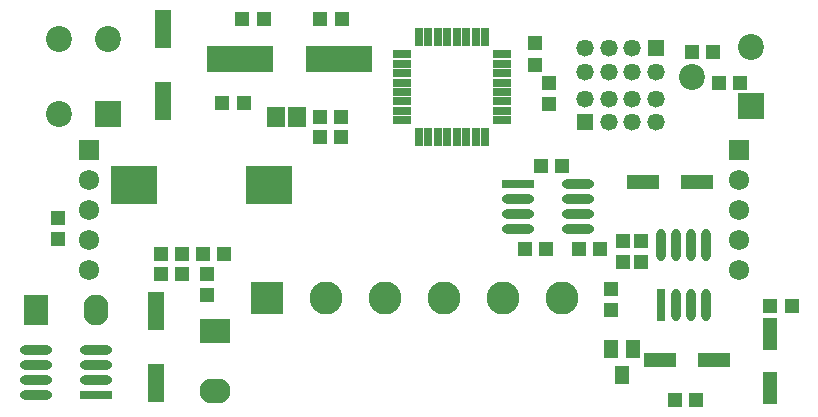
<source format=gts>
G04 Layer_Color=8388736*
%FSLAX44Y44*%
%MOMM*%
G71*
G01*
G75*
%ADD47R,1.2000X1.2000*%
%ADD48O,2.6130X2.1050*%
%ADD49R,2.6130X2.1050*%
%ADD50R,1.2000X1.2000*%
%ADD51R,1.5000X0.7000*%
%ADD52R,0.7000X1.5000*%
%ADD53R,2.7400X1.2160*%
%ADD54R,1.2160X2.7400*%
%ADD55R,1.4700X3.2480*%
%ADD56R,5.7000X2.2000*%
%ADD57O,2.1050X2.6130*%
%ADD58R,2.1050X2.6130*%
%ADD59O,2.7400X0.8000*%
%ADD60R,2.7400X0.8000*%
%ADD61R,0.8000X2.7400*%
%ADD62O,0.8000X2.7400*%
%ADD63R,1.5000X1.7000*%
%ADD64R,4.0100X3.2500*%
%ADD65R,1.2000X1.6000*%
%ADD66C,1.4700*%
%ADD67R,1.4700X1.4700*%
%ADD68C,2.2000*%
%ADD69R,2.2000X2.2000*%
%ADD70R,1.7240X1.7240*%
%ADD71C,1.7240*%
%ADD72C,2.8000*%
%ADD73R,2.8000X2.8000*%
%ADD74R,2.2000X2.2000*%
D47*
X664500Y98000D02*
D03*
X646500D02*
D03*
X484500Y146750D02*
D03*
X502500D02*
D03*
X438500D02*
D03*
X456500D02*
D03*
X265000Y258250D02*
D03*
X283000D02*
D03*
X148500Y142500D02*
D03*
X130500D02*
D03*
X166000D02*
D03*
X184000D02*
D03*
X130500Y125750D02*
D03*
X148500D02*
D03*
X200500Y270500D02*
D03*
X182500D02*
D03*
X621000Y287500D02*
D03*
X603000D02*
D03*
X580000Y313500D02*
D03*
X598000D02*
D03*
X565500Y18750D02*
D03*
X583500D02*
D03*
X265000Y241750D02*
D03*
X283000D02*
D03*
X451930Y217130D02*
D03*
X469930D02*
D03*
X283490Y341540D02*
D03*
X265490D02*
D03*
X199450D02*
D03*
X217450D02*
D03*
D48*
X176250Y26600D02*
D03*
D49*
Y77400D02*
D03*
D50*
X169750Y107750D02*
D03*
Y125750D02*
D03*
X43100Y172790D02*
D03*
Y154790D02*
D03*
X459000Y287500D02*
D03*
Y269500D02*
D03*
X511250Y95000D02*
D03*
Y113000D02*
D03*
X537130Y153740D02*
D03*
Y135740D02*
D03*
X447000Y302750D02*
D03*
Y320750D02*
D03*
X521750Y153500D02*
D03*
Y135500D02*
D03*
D51*
X334500Y311500D02*
D03*
Y303500D02*
D03*
Y295500D02*
D03*
Y287500D02*
D03*
Y279500D02*
D03*
Y271500D02*
D03*
Y263500D02*
D03*
Y255500D02*
D03*
X419500D02*
D03*
Y263500D02*
D03*
Y271500D02*
D03*
Y279500D02*
D03*
Y287500D02*
D03*
Y295500D02*
D03*
Y303500D02*
D03*
Y311500D02*
D03*
D52*
X349000Y241000D02*
D03*
X357000D02*
D03*
X365000D02*
D03*
X373000D02*
D03*
X381000D02*
D03*
X389000D02*
D03*
X397000D02*
D03*
X405000D02*
D03*
Y326000D02*
D03*
X397000D02*
D03*
X389000D02*
D03*
X381000D02*
D03*
X373000D02*
D03*
X365000D02*
D03*
X357000D02*
D03*
X349000D02*
D03*
D53*
X598360Y53000D02*
D03*
X552640D02*
D03*
X538400Y203160D02*
D03*
X584120D02*
D03*
D54*
X646000Y74860D02*
D03*
Y29140D02*
D03*
D55*
X126000Y33020D02*
D03*
Y93980D02*
D03*
X132250Y332980D02*
D03*
Y272020D02*
D03*
D56*
X197250Y307500D02*
D03*
X281250D02*
D03*
D57*
X75150Y95250D02*
D03*
D58*
X24350D02*
D03*
D59*
X24450Y23040D02*
D03*
Y35740D02*
D03*
Y48440D02*
D03*
Y61140D02*
D03*
X75250D02*
D03*
Y48440D02*
D03*
Y35740D02*
D03*
X483790Y201890D02*
D03*
Y189190D02*
D03*
Y176490D02*
D03*
Y163790D02*
D03*
X432990D02*
D03*
Y176490D02*
D03*
Y189190D02*
D03*
D60*
X75250Y23040D02*
D03*
X432990Y201890D02*
D03*
D61*
X553640Y99020D02*
D03*
D62*
X566340D02*
D03*
X579040D02*
D03*
X591740D02*
D03*
Y149820D02*
D03*
X579040D02*
D03*
X566340D02*
D03*
X553640D02*
D03*
D63*
X246000Y258250D02*
D03*
X228000D02*
D03*
D64*
X222400Y201000D02*
D03*
X108100D02*
D03*
D65*
X511250Y61500D02*
D03*
X530250D02*
D03*
X520750Y39500D02*
D03*
D66*
X549750Y273750D02*
D03*
Y253750D02*
D03*
X529750Y273750D02*
D03*
Y253750D02*
D03*
X509750Y273750D02*
D03*
Y253750D02*
D03*
X489750Y273750D02*
D03*
X489500Y296500D02*
D03*
Y316500D02*
D03*
X509500Y296500D02*
D03*
Y316500D02*
D03*
X529500Y296500D02*
D03*
Y316500D02*
D03*
X549500Y296500D02*
D03*
D67*
X489750Y253750D02*
D03*
X549500Y316500D02*
D03*
D68*
X630000Y317500D02*
D03*
X580000Y292500D02*
D03*
X44500Y261000D02*
D03*
Y324000D02*
D03*
X85500D02*
D03*
D69*
X630000Y267500D02*
D03*
D70*
X70000Y230800D02*
D03*
X620000D02*
D03*
D71*
X70000Y205400D02*
D03*
Y180000D02*
D03*
Y154600D02*
D03*
Y129200D02*
D03*
X620000Y205400D02*
D03*
Y180000D02*
D03*
Y154600D02*
D03*
Y129200D02*
D03*
D72*
X420000Y105000D02*
D03*
X470000D02*
D03*
X370000D02*
D03*
X320000D02*
D03*
X270000D02*
D03*
D73*
X220000D02*
D03*
D74*
X85500Y261000D02*
D03*
M02*

</source>
